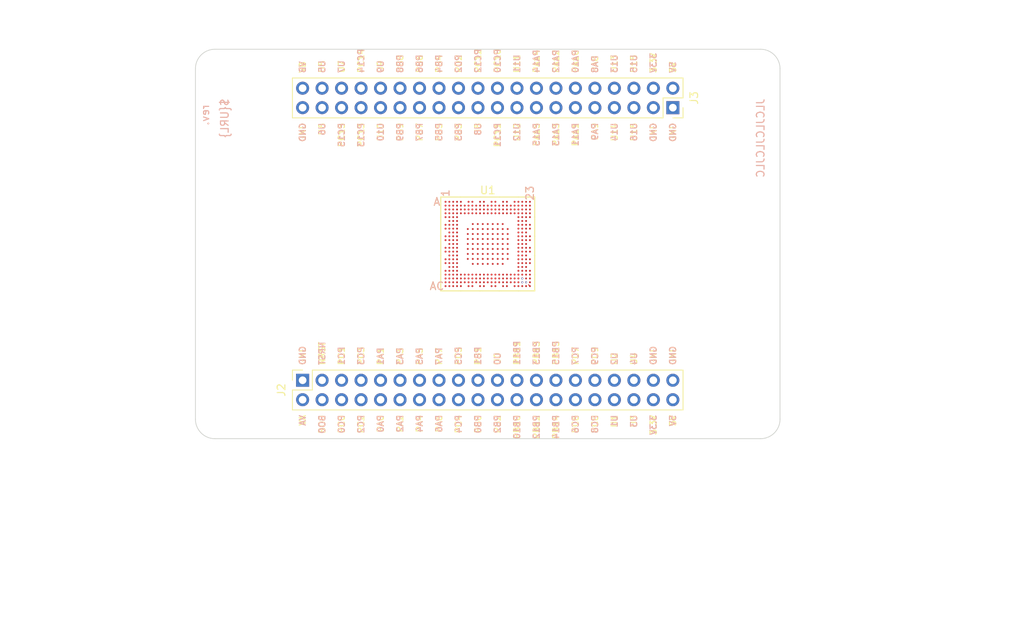
<source format=kicad_pcb>
(kicad_pcb (version 20221018) (generator pcbnew)
  (layers (0 "F.Cu" signal) (1 "In1.Cu" signal) (2 "In2.Cu" signal) (3 "In3.Cu" signal) (4 "In4.Cu" signal) (5 "In5.Cu" signal) (6 "In6.Cu" signal) (31 "B.Cu" signal) (34 "B.Paste" user) (35 "F.Paste" user) (36 "B.SilkS" user "B.Silkscreen") (37 "F.SilkS" user "F.Silkscreen") (38 "B.Mask" user) (39 "F.Mask" user) (44 "Edge.Cuts" user))
  (net 0 "")
  (net 245 "unconnected-(U1-DDR_DQ26-PadAB21)")
  (net 246 "unconnected-(U1-DDR_DQS3P-PadAB22)")
  (net 384 "GND")
  (footprint "stm32world:PinSocket_2x20_P2.54mm_Vertical_Stackable" (layer "F.Cu") (at 121.92 113.03 90)
    (fp_text reference "J2")
    (fp_text value "STM32WORLD_CONNECTOR_1")
  )
  (footprint "stm32world:PinSocket_2x20_P2.54mm_Vertical_Stackable" (layer "F.Cu") (at 170.18 77.47 -90)
    (fp_text reference "J3")
    (fp_text value "STM32WORLD_CONNECTOR_2")
  )
  (footprint "stm32world:TFBGA361_12X12_STM" (layer "F.Cu") (at 146.05 95.25)
    (fp_text reference "U1")
    (fp_text value "STM32MP151AACx")
  )
  (footprint "stm32world:STM32WORLD_BOARD" (layer "F.Cu") (at 146.05 95.25)
    (fp_text reference "J1" hide)
    (fp_text value "STM32WORLD_BOARD")
  )
  (gr_arc (start 107.95 72.39) (mid 108.693949 70.593949) (end 110.49 69.85) (stroke (width 0.1)) (layer "Edge.Cuts"))
  (gr_arc (start 181.61 69.85) (mid 183.406051 70.593949) (end 184.15 72.39) (stroke (width 0.1)) (layer "Edge.Cuts"))
  (gr_arc (start 110.49 120.65) (mid 108.693949 119.906051) (end 107.95 118.11) (stroke (width 0.1)) (layer "Edge.Cuts"))
  (gr_line (start 107.95 72.39) (end 107.95 118.11) (stroke (width 0.1)) (layer "Edge.Cuts"))
  (gr_line (start 181.61 69.85) (end 110.49 69.85) (stroke (width 0.1)) (layer "Edge.Cuts"))
  (gr_arc (start 184.15 118.11) (mid 183.406051 119.906051) (end 181.61 120.65) (stroke (width 0.1)) (layer "Edge.Cuts"))
  (gr_line (start 184.15 118.11) (end 184.15 72.39) (stroke (width 0.1)) (layer "Edge.Cuts"))
  (gr_line (start 110.49 120.65) (end 181.61 120.65) (stroke (width 0.1)) (layer "Edge.Cuts"))
  (via (at 150.55 100.25) (size 0.25) (drill 0.15) (layers "F.Cu" "B.Cu") (net 245))
  (via (at 151.05 100.25) (size 0.25) (drill 0.15) (layers "F.Cu" "B.Cu") (net 246))
  (segment (start 151.55 100.75) (end 151.38 100.58) (width 0.127) (layer "F.Cu") (net 384))
  (via (at 150.55 99.75) (size 0.25) (drill 0.15) (layers "F.Cu" "B.Cu") (net 384))
)
</source>
